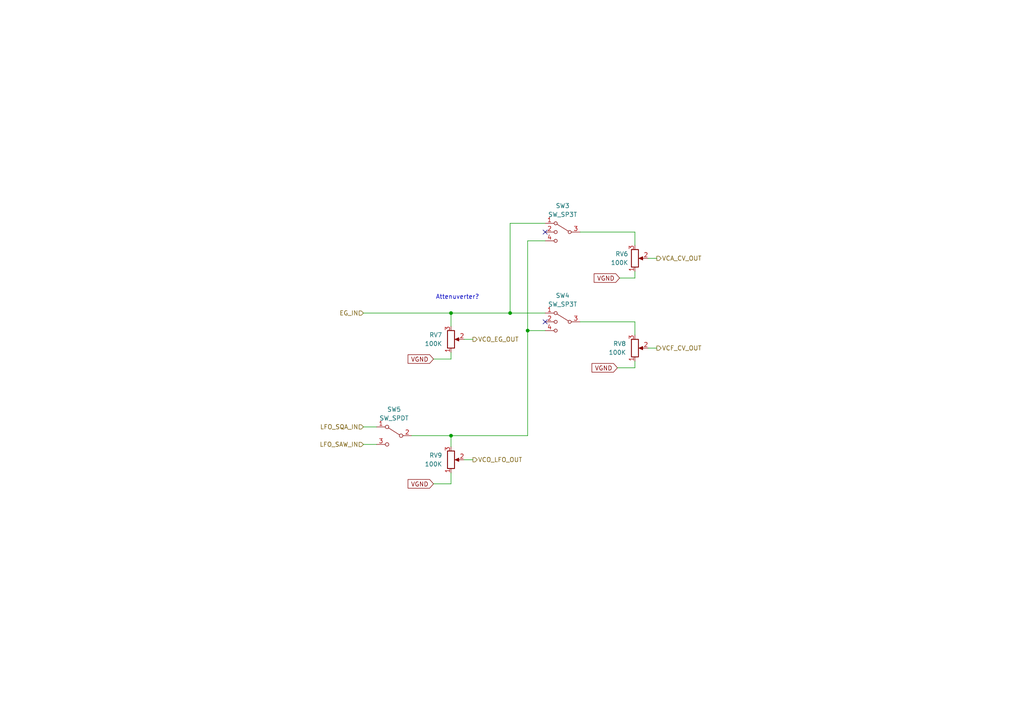
<source format=kicad_sch>
(kicad_sch (version 20211123) (generator eeschema)
  (paper "A4")
  (title_block (date "2022-07-18") (rev "${Version}") (company "SloBlo Labs"))
  (lib_symbols
    (symbol "Device:R_Potentiometer" (pin_names (offset 1.016) hide)
      (property "Reference" "RV" (at -4.445 0 90))
      (property "Value" "R_Potentiometer" (at -2.54 0 90))
      (symbol "R_Potentiometer_0_1"
        (polyline (pts (xy 2.54 0) (xy 1.524 0)))
        (polyline (pts (xy 1.143 0) (xy 2.286 0.508) (xy 2.286 -0.508) (xy 1.143 0)) (fill (type outline)))
        (rectangle (start 1.016 2.54) (end -1.016 -2.54) (stroke (width 0.254)))
      )
      (symbol "R_Potentiometer_1_1"
        (pin passive line (at 0 3.81 270) (length 1.27) (name "1") (number "1"))
        (pin passive line (at 3.81 0 180) (length 1.27) (name "2") (number "2"))
        (pin passive line (at 0 -3.81 90) (length 1.27) (name "3") (number "3"))
      )
    )
    (symbol "Switch:SW_SP3T" (pin_names (offset 0) hide)
      (property "Reference" "SW" (at 0 5.08 0))
      (property "Value" "SW_SP3T" (at 0 -5.08 0))
      (symbol "SW_SP3T_0_1"
        (circle (center -2.032 0) (radius 0.4572))
        (polyline (pts (xy -1.651 0.254) (xy 1.651 2.286)))
        (circle (center 2.032 -2.54) (radius 0.4572))
        (circle (center 2.032 0) (radius 0.4572))
        (circle (center 2.032 2.54) (radius 0.4572))
      )
      (symbol "SW_SP3T_1_1"
        (pin passive line (at 5.08 2.54 180) (length 2.54) (name "1") (number "1"))
        (pin passive line (at 5.08 0 180) (length 2.54) (name "2") (number "2"))
        (pin passive line (at -5.08 0 0) (length 2.54) (name "3") (number "3"))
        (pin passive line (at 5.08 -2.54 180) (length 2.54) (name "4") (number "4"))
      )
    )
    (symbol "Switch:SW_SPDT" (pin_names (offset 0) hide)
      (property "Reference" "SW" (at 0 4.318 0))
      (property "Value" "SW_SPDT" (at 0 -5.08 0))
      (symbol "SW_SPDT_0_0"
        (circle (center -2.032 0) (radius 0.508))
        (circle (center 2.032 -2.54) (radius 0.508))
      )
      (symbol "SW_SPDT_0_1"
        (polyline (pts (xy -1.524 0.254) (xy 1.651 2.286)))
        (circle (center 2.032 2.54) (radius 0.508))
      )
      (symbol "SW_SPDT_1_1"
        (pin passive line (at 5.08 2.54 180) (length 2.54) (name "A") (number "1"))
        (pin passive line (at -5.08 0 0) (length 2.54) (name "B") (number "2"))
        (pin passive line (at 5.08 -2.54 180) (length 2.54) (name "C") (number "3"))
      )
    )
  )
  (junction (at 153.035 95.885))
  (junction (at 130.81 90.805))
  (junction (at 147.955 90.805))
  (junction (at 130.81 126.365))
  (no_connect (at 158.115 93.345))
  (no_connect (at 158.115 67.31))
  (wire (pts (xy 105.41 90.805) (xy 130.81 90.805)))
  (wire (pts (xy 184.15 104.775) (xy 184.15 106.68)))
  (wire (pts (xy 105.41 128.905) (xy 109.22 128.905)))
  (wire (pts (xy 130.81 90.805) (xy 147.955 90.805)))
  (wire (pts (xy 187.96 100.965) (xy 190.5 100.965)))
  (wire (pts (xy 187.96 74.93) (xy 190.5 74.93)))
  (wire (pts (xy 125.73 140.335) (xy 130.81 140.335)))
  (wire (pts (xy 179.07 106.68) (xy 184.15 106.68)))
  (wire (pts (xy 158.115 69.85) (xy 153.035 69.85)))
  (wire (pts (xy 158.115 95.885) (xy 153.035 95.885)))
  (wire (pts (xy 184.15 71.12) (xy 184.15 67.31)))
  (wire (pts (xy 158.115 64.77) (xy 147.955 64.77)))
  (wire (pts (xy 147.955 90.805) (xy 158.115 90.805)))
  (wire (pts (xy 153.035 126.365) (xy 130.81 126.365)))
  (wire (pts (xy 168.275 93.345) (xy 184.15 93.345)))
  (wire (pts (xy 125.73 104.14) (xy 130.81 104.14)))
  (wire (pts (xy 134.62 133.35) (xy 137.16 133.35)))
  (wire (pts (xy 130.81 126.365) (xy 130.81 129.54)))
  (wire (pts (xy 179.705 80.645) (xy 184.15 80.645)))
  (wire (pts (xy 130.81 102.235) (xy 130.81 104.14)))
  (wire (pts (xy 130.81 137.16) (xy 130.81 140.335)))
  (wire (pts (xy 184.15 93.345) (xy 184.15 97.155)))
  (wire (pts (xy 105.41 123.825) (xy 109.22 123.825)))
  (wire (pts (xy 130.81 90.805) (xy 130.81 94.615)))
  (wire (pts (xy 153.035 95.885) (xy 153.035 126.365)))
  (wire (pts (xy 153.035 69.85) (xy 153.035 95.885)))
  (wire (pts (xy 184.15 78.74) (xy 184.15 80.645)))
  (wire (pts (xy 134.62 98.425) (xy 137.16 98.425)))
  (wire (pts (xy 168.275 67.31) (xy 184.15 67.31)))
  (wire (pts (xy 147.955 64.77) (xy 147.955 90.805)))
  (wire (pts (xy 119.38 126.365) (xy 130.81 126.365)))
  (text "Attenuverter?" (at 126.365 86.995 0) (effects (font (size 1.27 1.27)) (justify left bottom)))
  (global_label "VGND" (shape input) (at 179.07 106.68 180) (property "Intersheet References" "${INTERSHEET_REFS}" (effects hide)))
  (global_label "VGND" (shape input) (at 125.73 140.335 180) (property "Intersheet References" "${INTERSHEET_REFS}" (effects hide)))
  (global_label "VGND" (shape input) (at 125.73 104.14 180) (property "Intersheet References" "${INTERSHEET_REFS}" (effects hide)))
  (global_label "VGND" (shape input) (at 179.705 80.645 180) (property "Intersheet References" "${INTERSHEET_REFS}" (effects hide)))
  (hierarchical_label "VCO_EG_OUT" (shape output) (at 137.16 98.425 0))
  (hierarchical_label "LFO_SAW_IN" (shape input) (at 105.41 128.905 180))
  (hierarchical_label "VCO_LFO_OUT" (shape output) (at 137.16 133.35 0))
  (hierarchical_label "VCF_CV_OUT" (shape output) (at 190.5 100.965 0))
  (hierarchical_label "VCA_CV_OUT" (shape output) (at 190.5 74.93 0))
  (hierarchical_label "LFO_SQA_IN" (shape input) (at 105.41 123.825 180))
  (hierarchical_label "EG_IN" (shape input) (at 105.41 90.805 180))
  (symbol (lib_id "Device:R_Potentiometer") (at 184.15 100.965 0) (mirror x) (unit 1)
    (property "Reference" "RV8" (at 181.61 99.6949 0) (effects (justify right)))
    (property "Value" "100K" (at 181.61 102.2349 0) (effects (justify right)))
  )
  (symbol (lib_id "Device:R_Potentiometer") (at 130.81 133.35 0) (mirror x) (unit 1)
    (property "Reference" "RV9" (at 128.27 132.0799 0) (effects (justify right)))
    (property "Value" "100K" (at 128.27 134.6199 0) (effects (justify right)))
  )
  (symbol (lib_id "Switch:SW_SP3T") (at 163.195 93.345 0) (mirror y) (unit 1)
    (property "Reference" "SW4" (at 163.195 85.725 0))
    (property "Value" "SW_SP3T" (at 163.195 88.265 0))
  )
  (symbol (lib_id "Device:R_Potentiometer") (at 130.81 98.425 0) (mirror x) (unit 1)
    (property "Reference" "RV7" (at 128.27 97.1549 0) (effects (justify right)))
    (property "Value" "100K" (at 128.27 99.6949 0) (effects (justify right)))
  )
  (symbol (lib_id "Switch:SW_SP3T") (at 163.195 67.31 0) (mirror y) (unit 1)
    (property "Reference" "SW3" (at 163.195 59.69 0))
    (property "Value" "SW_SP3T" (at 163.195 62.23 0))
  )
  (symbol (lib_id "Device:R_Potentiometer") (at 184.15 74.93 0) (mirror x) (unit 1)
    (property "Reference" "RV6" (at 182.245 73.6599 0) (effects (justify right)))
    (property "Value" "100K" (at 182.245 76.1999 0) (effects (justify right)))
  )
  (symbol (lib_id "Switch:SW_SPDT") (at 114.3 126.365 0) (mirror y) (unit 1)
    (property "Reference" "SW5" (at 114.3 118.745 0))
    (property "Value" "SW_SPDT" (at 114.3 121.285 0))
  )
)
</source>
